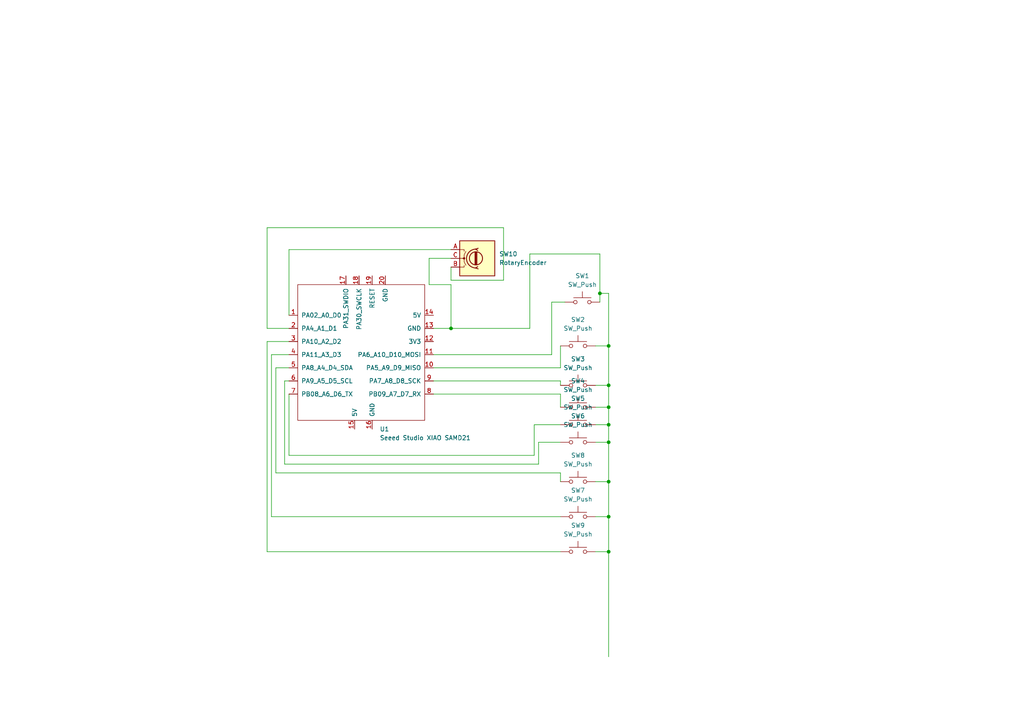
<source format=kicad_sch>
(kicad_sch
	(version 20231120)
	(generator "eeschema")
	(generator_version "8.0")
	(uuid "1b93130f-4de0-4ddd-baf2-aaa40de9fed1")
	(paper "A4")
	(lib_symbols
		(symbol "Device:RotaryEncoder"
			(pin_names
				(offset 0.254) hide)
			(exclude_from_sim no)
			(in_bom yes)
			(on_board yes)
			(property "Reference" "SW"
				(at 0 6.604 0)
				(effects
					(font
						(size 1.27 1.27)
					)
				)
			)
			(property "Value" "RotaryEncoder"
				(at 0 -6.604 0)
				(effects
					(font
						(size 1.27 1.27)
					)
				)
			)
			(property "Footprint" ""
				(at -3.81 4.064 0)
				(effects
					(font
						(size 1.27 1.27)
					)
					(hide yes)
				)
			)
			(property "Datasheet" "~"
				(at 0 6.604 0)
				(effects
					(font
						(size 1.27 1.27)
					)
					(hide yes)
				)
			)
			(property "Description" "Rotary encoder, dual channel, incremental quadrate outputs"
				(at 0 0 0)
				(effects
					(font
						(size 1.27 1.27)
					)
					(hide yes)
				)
			)
			(property "ki_keywords" "rotary switch encoder"
				(at 0 0 0)
				(effects
					(font
						(size 1.27 1.27)
					)
					(hide yes)
				)
			)
			(property "ki_fp_filters" "RotaryEncoder*"
				(at 0 0 0)
				(effects
					(font
						(size 1.27 1.27)
					)
					(hide yes)
				)
			)
			(symbol "RotaryEncoder_0_1"
				(rectangle
					(start -5.08 5.08)
					(end 5.08 -5.08)
					(stroke
						(width 0.254)
						(type default)
					)
					(fill
						(type background)
					)
				)
				(circle
					(center -3.81 0)
					(radius 0.254)
					(stroke
						(width 0)
						(type default)
					)
					(fill
						(type outline)
					)
				)
				(circle
					(center -0.381 0)
					(radius 1.905)
					(stroke
						(width 0.254)
						(type default)
					)
					(fill
						(type none)
					)
				)
				(arc
					(start -0.381 2.667)
					(mid -3.0988 -0.0635)
					(end -0.381 -2.794)
					(stroke
						(width 0.254)
						(type default)
					)
					(fill
						(type none)
					)
				)
				(polyline
					(pts
						(xy -0.635 -1.778) (xy -0.635 1.778)
					)
					(stroke
						(width 0.254)
						(type default)
					)
					(fill
						(type none)
					)
				)
				(polyline
					(pts
						(xy -0.381 -1.778) (xy -0.381 1.778)
					)
					(stroke
						(width 0.254)
						(type default)
					)
					(fill
						(type none)
					)
				)
				(polyline
					(pts
						(xy -0.127 1.778) (xy -0.127 -1.778)
					)
					(stroke
						(width 0.254)
						(type default)
					)
					(fill
						(type none)
					)
				)
				(polyline
					(pts
						(xy -5.08 -2.54) (xy -3.81 -2.54) (xy -3.81 -2.032)
					)
					(stroke
						(width 0)
						(type default)
					)
					(fill
						(type none)
					)
				)
				(polyline
					(pts
						(xy -5.08 2.54) (xy -3.81 2.54) (xy -3.81 2.032)
					)
					(stroke
						(width 0)
						(type default)
					)
					(fill
						(type none)
					)
				)
				(polyline
					(pts
						(xy 0.254 -3.048) (xy -0.508 -2.794) (xy 0.127 -2.413)
					)
					(stroke
						(width 0.254)
						(type default)
					)
					(fill
						(type none)
					)
				)
				(polyline
					(pts
						(xy 0.254 2.921) (xy -0.508 2.667) (xy 0.127 2.286)
					)
					(stroke
						(width 0.254)
						(type default)
					)
					(fill
						(type none)
					)
				)
				(polyline
					(pts
						(xy -5.08 0) (xy -3.81 0) (xy -3.81 -1.016) (xy -3.302 -2.032)
					)
					(stroke
						(width 0)
						(type default)
					)
					(fill
						(type none)
					)
				)
				(polyline
					(pts
						(xy -4.318 0) (xy -3.81 0) (xy -3.81 1.016) (xy -3.302 2.032)
					)
					(stroke
						(width 0)
						(type default)
					)
					(fill
						(type none)
					)
				)
			)
			(symbol "RotaryEncoder_1_1"
				(pin passive line
					(at -7.62 2.54 0)
					(length 2.54)
					(name "A"
						(effects
							(font
								(size 1.27 1.27)
							)
						)
					)
					(number "A"
						(effects
							(font
								(size 1.27 1.27)
							)
						)
					)
				)
				(pin passive line
					(at -7.62 -2.54 0)
					(length 2.54)
					(name "B"
						(effects
							(font
								(size 1.27 1.27)
							)
						)
					)
					(number "B"
						(effects
							(font
								(size 1.27 1.27)
							)
						)
					)
				)
				(pin passive line
					(at -7.62 0 0)
					(length 2.54)
					(name "C"
						(effects
							(font
								(size 1.27 1.27)
							)
						)
					)
					(number "C"
						(effects
							(font
								(size 1.27 1.27)
							)
						)
					)
				)
			)
		)
		(symbol "Seeed_Studio_XIAO_Series:Seeed Studio XIAO SAMD21"
			(pin_names
				(offset 1.016)
			)
			(exclude_from_sim no)
			(in_bom yes)
			(on_board yes)
			(property "Reference" "U"
				(at -19.05 22.86 0)
				(effects
					(font
						(size 1.27 1.27)
					)
				)
			)
			(property "Value" "Seeed Studio XIAO SAMD21"
				(at -12.7 21.59 0)
				(effects
					(font
						(size 1.27 1.27)
					)
				)
			)
			(property "Footprint" ""
				(at -8.89 5.08 0)
				(effects
					(font
						(size 1.27 1.27)
					)
					(hide yes)
				)
			)
			(property "Datasheet" ""
				(at -8.89 5.08 0)
				(effects
					(font
						(size 1.27 1.27)
					)
					(hide yes)
				)
			)
			(property "Description" ""
				(at 0 0 0)
				(effects
					(font
						(size 1.27 1.27)
					)
					(hide yes)
				)
			)
			(symbol "Seeed Studio XIAO SAMD21_0_1"
				(rectangle
					(start -19.05 20.32)
					(end 17.78 -19.05)
					(stroke
						(width 0)
						(type default)
					)
					(fill
						(type none)
					)
				)
			)
			(symbol "Seeed Studio XIAO SAMD21_1_1"
				(pin unspecified line
					(at -21.59 11.43 0)
					(length 2.54)
					(name "PA02_A0_D0"
						(effects
							(font
								(size 1.27 1.27)
							)
						)
					)
					(number "1"
						(effects
							(font
								(size 1.27 1.27)
							)
						)
					)
				)
				(pin unspecified line
					(at 20.32 -3.81 180)
					(length 2.54)
					(name "PA5_A9_D9_MISO"
						(effects
							(font
								(size 1.27 1.27)
							)
						)
					)
					(number "10"
						(effects
							(font
								(size 1.27 1.27)
							)
						)
					)
				)
				(pin unspecified line
					(at 20.32 0 180)
					(length 2.54)
					(name "PA6_A10_D10_MOSI"
						(effects
							(font
								(size 1.27 1.27)
							)
						)
					)
					(number "11"
						(effects
							(font
								(size 1.27 1.27)
							)
						)
					)
				)
				(pin unspecified line
					(at 20.32 3.81 180)
					(length 2.54)
					(name "3V3"
						(effects
							(font
								(size 1.27 1.27)
							)
						)
					)
					(number "12"
						(effects
							(font
								(size 1.27 1.27)
							)
						)
					)
				)
				(pin unspecified line
					(at 20.32 7.62 180)
					(length 2.54)
					(name "GND"
						(effects
							(font
								(size 1.27 1.27)
							)
						)
					)
					(number "13"
						(effects
							(font
								(size 1.27 1.27)
							)
						)
					)
				)
				(pin unspecified line
					(at 20.32 11.43 180)
					(length 2.54)
					(name "5V"
						(effects
							(font
								(size 1.27 1.27)
							)
						)
					)
					(number "14"
						(effects
							(font
								(size 1.27 1.27)
							)
						)
					)
				)
				(pin input line
					(at -2.54 -21.59 90)
					(length 2.54)
					(name "5V"
						(effects
							(font
								(size 1.27 1.27)
							)
						)
					)
					(number "15"
						(effects
							(font
								(size 1.27 1.27)
							)
						)
					)
				)
				(pin input line
					(at 2.54 -21.59 90)
					(length 2.54)
					(name "GND"
						(effects
							(font
								(size 1.27 1.27)
							)
						)
					)
					(number "16"
						(effects
							(font
								(size 1.27 1.27)
							)
						)
					)
				)
				(pin input line
					(at -5.08 22.86 270)
					(length 2.54)
					(name "PA31_SWDIO"
						(effects
							(font
								(size 1.27 1.27)
							)
						)
					)
					(number "17"
						(effects
							(font
								(size 1.27 1.27)
							)
						)
					)
				)
				(pin input line
					(at -1.27 22.86 270)
					(length 2.54)
					(name "PA30_SWCLK"
						(effects
							(font
								(size 1.27 1.27)
							)
						)
					)
					(number "18"
						(effects
							(font
								(size 1.27 1.27)
							)
						)
					)
				)
				(pin input line
					(at 2.54 22.86 270)
					(length 2.54)
					(name "RESET"
						(effects
							(font
								(size 1.27 1.27)
							)
						)
					)
					(number "19"
						(effects
							(font
								(size 1.27 1.27)
							)
						)
					)
				)
				(pin unspecified line
					(at -21.59 7.62 0)
					(length 2.54)
					(name "PA4_A1_D1"
						(effects
							(font
								(size 1.27 1.27)
							)
						)
					)
					(number "2"
						(effects
							(font
								(size 1.27 1.27)
							)
						)
					)
				)
				(pin input line
					(at 6.35 22.86 270)
					(length 2.54)
					(name "GND"
						(effects
							(font
								(size 1.27 1.27)
							)
						)
					)
					(number "20"
						(effects
							(font
								(size 1.27 1.27)
							)
						)
					)
				)
				(pin unspecified line
					(at -21.59 3.81 0)
					(length 2.54)
					(name "PA10_A2_D2"
						(effects
							(font
								(size 1.27 1.27)
							)
						)
					)
					(number "3"
						(effects
							(font
								(size 1.27 1.27)
							)
						)
					)
				)
				(pin unspecified line
					(at -21.59 0 0)
					(length 2.54)
					(name "PA11_A3_D3"
						(effects
							(font
								(size 1.27 1.27)
							)
						)
					)
					(number "4"
						(effects
							(font
								(size 1.27 1.27)
							)
						)
					)
				)
				(pin unspecified line
					(at -21.59 -3.81 0)
					(length 2.54)
					(name "PA8_A4_D4_SDA"
						(effects
							(font
								(size 1.27 1.27)
							)
						)
					)
					(number "5"
						(effects
							(font
								(size 1.27 1.27)
							)
						)
					)
				)
				(pin unspecified line
					(at -21.59 -7.62 0)
					(length 2.54)
					(name "PA9_A5_D5_SCL"
						(effects
							(font
								(size 1.27 1.27)
							)
						)
					)
					(number "6"
						(effects
							(font
								(size 1.27 1.27)
							)
						)
					)
				)
				(pin unspecified line
					(at -21.59 -11.43 0)
					(length 2.54)
					(name "PB08_A6_D6_TX"
						(effects
							(font
								(size 1.27 1.27)
							)
						)
					)
					(number "7"
						(effects
							(font
								(size 1.27 1.27)
							)
						)
					)
				)
				(pin unspecified line
					(at 20.32 -11.43 180)
					(length 2.54)
					(name "PB09_A7_D7_RX"
						(effects
							(font
								(size 1.27 1.27)
							)
						)
					)
					(number "8"
						(effects
							(font
								(size 1.27 1.27)
							)
						)
					)
				)
				(pin unspecified line
					(at 20.32 -7.62 180)
					(length 2.54)
					(name "PA7_A8_D8_SCK"
						(effects
							(font
								(size 1.27 1.27)
							)
						)
					)
					(number "9"
						(effects
							(font
								(size 1.27 1.27)
							)
						)
					)
				)
			)
		)
		(symbol "Switch:SW_Push"
			(pin_numbers hide)
			(pin_names
				(offset 1.016) hide)
			(exclude_from_sim no)
			(in_bom yes)
			(on_board yes)
			(property "Reference" "SW"
				(at 1.27 2.54 0)
				(effects
					(font
						(size 1.27 1.27)
					)
					(justify left)
				)
			)
			(property "Value" "SW_Push"
				(at 0 -1.524 0)
				(effects
					(font
						(size 1.27 1.27)
					)
				)
			)
			(property "Footprint" ""
				(at 0 5.08 0)
				(effects
					(font
						(size 1.27 1.27)
					)
					(hide yes)
				)
			)
			(property "Datasheet" "~"
				(at 0 5.08 0)
				(effects
					(font
						(size 1.27 1.27)
					)
					(hide yes)
				)
			)
			(property "Description" "Push button switch, generic, two pins"
				(at 0 0 0)
				(effects
					(font
						(size 1.27 1.27)
					)
					(hide yes)
				)
			)
			(property "ki_keywords" "switch normally-open pushbutton push-button"
				(at 0 0 0)
				(effects
					(font
						(size 1.27 1.27)
					)
					(hide yes)
				)
			)
			(symbol "SW_Push_0_1"
				(circle
					(center -2.032 0)
					(radius 0.508)
					(stroke
						(width 0)
						(type default)
					)
					(fill
						(type none)
					)
				)
				(polyline
					(pts
						(xy 0 1.27) (xy 0 3.048)
					)
					(stroke
						(width 0)
						(type default)
					)
					(fill
						(type none)
					)
				)
				(polyline
					(pts
						(xy 2.54 1.27) (xy -2.54 1.27)
					)
					(stroke
						(width 0)
						(type default)
					)
					(fill
						(type none)
					)
				)
				(circle
					(center 2.032 0)
					(radius 0.508)
					(stroke
						(width 0)
						(type default)
					)
					(fill
						(type none)
					)
				)
				(pin passive line
					(at -5.08 0 0)
					(length 2.54)
					(name "1"
						(effects
							(font
								(size 1.27 1.27)
							)
						)
					)
					(number "1"
						(effects
							(font
								(size 1.27 1.27)
							)
						)
					)
				)
				(pin passive line
					(at 5.08 0 180)
					(length 2.54)
					(name "2"
						(effects
							(font
								(size 1.27 1.27)
							)
						)
					)
					(number "2"
						(effects
							(font
								(size 1.27 1.27)
							)
						)
					)
				)
			)
		)
	)
	(junction
		(at 176.53 111.76)
		(diameter 0)
		(color 0 0 0 0)
		(uuid "283eae1e-c747-4c48-94a6-868ef1ae4b47")
	)
	(junction
		(at 176.53 128.27)
		(diameter 0)
		(color 0 0 0 0)
		(uuid "2eb2202e-7e88-43be-aed1-4d32c746fd1c")
	)
	(junction
		(at 176.53 139.7)
		(diameter 0)
		(color 0 0 0 0)
		(uuid "3f5266f3-d961-44b6-b0bd-1f52316f6240")
	)
	(junction
		(at 176.53 118.11)
		(diameter 0)
		(color 0 0 0 0)
		(uuid "47ce2bde-5b49-4f66-8adf-b5dcafac2811")
	)
	(junction
		(at 130.81 95.25)
		(diameter 0)
		(color 0 0 0 0)
		(uuid "673388b3-27b4-48c4-8a65-3e591e82d76d")
	)
	(junction
		(at 176.53 100.33)
		(diameter 0)
		(color 0 0 0 0)
		(uuid "7584b498-98cd-43ca-b5e8-4e45ea6086af")
	)
	(junction
		(at 173.99 85.09)
		(diameter 0)
		(color 0 0 0 0)
		(uuid "9f945c9f-d62f-487e-9aa0-e4251ef0e52a")
	)
	(junction
		(at 176.53 160.02)
		(diameter 0)
		(color 0 0 0 0)
		(uuid "b86ff8f6-5fa7-43b5-ad61-ed8b41aba791")
	)
	(junction
		(at 176.53 149.86)
		(diameter 0)
		(color 0 0 0 0)
		(uuid "c7294ec8-733e-4850-afda-881260ee6b61")
	)
	(junction
		(at 176.53 123.19)
		(diameter 0)
		(color 0 0 0 0)
		(uuid "cdd80e87-ad13-4587-9d0e-b7f754ef0e1d")
	)
	(wire
		(pts
			(xy 78.74 102.87) (xy 83.82 102.87)
		)
		(stroke
			(width 0)
			(type default)
		)
		(uuid "0592ae4e-7429-46e2-9ab6-154a2e613dcb")
	)
	(wire
		(pts
			(xy 83.82 95.25) (xy 77.47 95.25)
		)
		(stroke
			(width 0)
			(type default)
		)
		(uuid "0eb70c7f-9319-4455-843f-90b5cfef0cd8")
	)
	(wire
		(pts
			(xy 162.56 137.16) (xy 162.56 139.7)
		)
		(stroke
			(width 0)
			(type default)
		)
		(uuid "13068a14-ef91-4a3e-a3ef-8ccd299910c1")
	)
	(wire
		(pts
			(xy 162.56 114.3) (xy 162.56 118.11)
		)
		(stroke
			(width 0)
			(type default)
		)
		(uuid "1447be31-7711-43e1-8e98-7da77439f8e6")
	)
	(wire
		(pts
			(xy 124.46 82.55) (xy 124.46 74.93)
		)
		(stroke
			(width 0)
			(type default)
		)
		(uuid "14b986a7-b252-48fe-bd99-3c68c9d32c1f")
	)
	(wire
		(pts
			(xy 176.53 100.33) (xy 172.72 100.33)
		)
		(stroke
			(width 0)
			(type default)
		)
		(uuid "166813e0-f37e-4fbc-957b-b32612685950")
	)
	(wire
		(pts
			(xy 130.81 95.25) (xy 153.67 95.25)
		)
		(stroke
			(width 0)
			(type default)
		)
		(uuid "1b161572-4d18-4302-9555-ffb649639f9f")
	)
	(wire
		(pts
			(xy 176.53 139.7) (xy 176.53 149.86)
		)
		(stroke
			(width 0)
			(type default)
		)
		(uuid "2149e3be-3ae6-4a10-a5ab-f007322df4bd")
	)
	(wire
		(pts
			(xy 173.99 73.66) (xy 173.99 85.09)
		)
		(stroke
			(width 0)
			(type default)
		)
		(uuid "2193a9b1-6fa9-4716-928d-626578cffa26")
	)
	(wire
		(pts
			(xy 160.02 87.63) (xy 163.83 87.63)
		)
		(stroke
			(width 0)
			(type default)
		)
		(uuid "23c88f48-8e24-48ab-ad11-69195fd8927c")
	)
	(wire
		(pts
			(xy 83.82 110.49) (xy 82.55 110.49)
		)
		(stroke
			(width 0)
			(type default)
		)
		(uuid "2576d5c7-cd91-42e0-8049-5eb59f52499c")
	)
	(wire
		(pts
			(xy 176.53 100.33) (xy 176.53 111.76)
		)
		(stroke
			(width 0)
			(type default)
		)
		(uuid "28fb9458-f673-40b8-b316-ca8a364ab50b")
	)
	(wire
		(pts
			(xy 176.53 139.7) (xy 172.72 139.7)
		)
		(stroke
			(width 0)
			(type default)
		)
		(uuid "29b8a408-679b-46bd-b104-15b46e415df2")
	)
	(wire
		(pts
			(xy 162.56 149.86) (xy 78.74 149.86)
		)
		(stroke
			(width 0)
			(type default)
		)
		(uuid "29cdd358-5886-4a6e-be5b-492792929c0c")
	)
	(wire
		(pts
			(xy 83.82 91.44) (xy 83.82 72.39)
		)
		(stroke
			(width 0)
			(type default)
		)
		(uuid "2bb6a9f8-3fb2-46ca-8cc9-454067e83e8c")
	)
	(wire
		(pts
			(xy 176.53 128.27) (xy 176.53 139.7)
		)
		(stroke
			(width 0)
			(type default)
		)
		(uuid "2c87788e-0283-4605-93d5-9cd8d42c66a7")
	)
	(wire
		(pts
			(xy 83.82 114.3) (xy 83.82 132.08)
		)
		(stroke
			(width 0)
			(type default)
		)
		(uuid "2d5d619d-90ad-4106-abf6-c0b2c2875dd8")
	)
	(wire
		(pts
			(xy 176.53 85.09) (xy 176.53 100.33)
		)
		(stroke
			(width 0)
			(type default)
		)
		(uuid "31617071-9153-422c-953f-9cd34eba526b")
	)
	(wire
		(pts
			(xy 77.47 66.04) (xy 146.05 66.04)
		)
		(stroke
			(width 0)
			(type default)
		)
		(uuid "38455bdc-c1b5-464a-96fc-8aa7b49c5351")
	)
	(wire
		(pts
			(xy 125.73 106.68) (xy 162.56 106.68)
		)
		(stroke
			(width 0)
			(type default)
		)
		(uuid "39f2a601-c762-49ad-bffb-da00fa7c1620")
	)
	(wire
		(pts
			(xy 173.99 85.09) (xy 173.99 87.63)
		)
		(stroke
			(width 0)
			(type default)
		)
		(uuid "3a23d5e9-055e-44a2-bfd3-40abfafbc9c2")
	)
	(wire
		(pts
			(xy 176.53 160.02) (xy 172.72 160.02)
		)
		(stroke
			(width 0)
			(type default)
		)
		(uuid "3c315c30-fbc5-40b7-b53a-609e09cffe19")
	)
	(wire
		(pts
			(xy 83.82 132.08) (xy 154.94 132.08)
		)
		(stroke
			(width 0)
			(type default)
		)
		(uuid "3d32e586-8d61-4426-b1d3-a614ea7b3ef4")
	)
	(wire
		(pts
			(xy 130.81 81.28) (xy 130.81 77.47)
		)
		(stroke
			(width 0)
			(type default)
		)
		(uuid "3d917464-c2df-4f60-b71c-d31eb01bc18a")
	)
	(wire
		(pts
			(xy 124.46 74.93) (xy 130.81 74.93)
		)
		(stroke
			(width 0)
			(type default)
		)
		(uuid "3dd78088-b596-4b36-bc90-c1dc0e554ba6")
	)
	(wire
		(pts
			(xy 125.73 95.25) (xy 130.81 95.25)
		)
		(stroke
			(width 0)
			(type default)
		)
		(uuid "45cd6038-4187-4f9e-8a8d-03b076cb917e")
	)
	(wire
		(pts
			(xy 176.53 123.19) (xy 176.53 128.27)
		)
		(stroke
			(width 0)
			(type default)
		)
		(uuid "4e645158-5d2e-4c4e-9f78-0c56513697d2")
	)
	(wire
		(pts
			(xy 78.74 149.86) (xy 78.74 102.87)
		)
		(stroke
			(width 0)
			(type default)
		)
		(uuid "4e77fbc7-6a92-4af4-9260-fc65d9ef425a")
	)
	(wire
		(pts
			(xy 125.73 110.49) (xy 162.56 110.49)
		)
		(stroke
			(width 0)
			(type default)
		)
		(uuid "5752d193-80d4-4ff5-8520-bb6b09da90db")
	)
	(wire
		(pts
			(xy 160.02 102.87) (xy 160.02 87.63)
		)
		(stroke
			(width 0)
			(type default)
		)
		(uuid "5bf8b478-b0b7-4455-9329-7546ed12faf4")
	)
	(wire
		(pts
			(xy 162.56 110.49) (xy 162.56 111.76)
		)
		(stroke
			(width 0)
			(type default)
		)
		(uuid "6899f7f1-0019-437f-9c2a-1ca5a9d3a2eb")
	)
	(wire
		(pts
			(xy 173.99 85.09) (xy 176.53 85.09)
		)
		(stroke
			(width 0)
			(type default)
		)
		(uuid "6bd4278a-ce54-4e64-b820-874cf52d590f")
	)
	(wire
		(pts
			(xy 176.53 111.76) (xy 176.53 118.11)
		)
		(stroke
			(width 0)
			(type default)
		)
		(uuid "6f8e61f8-d2eb-433b-a9e4-1e7aa113c746")
	)
	(wire
		(pts
			(xy 77.47 160.02) (xy 162.56 160.02)
		)
		(stroke
			(width 0)
			(type default)
		)
		(uuid "7b807caf-3d41-4a9b-8b77-130ebb5d85c4")
	)
	(wire
		(pts
			(xy 176.53 128.27) (xy 172.72 128.27)
		)
		(stroke
			(width 0)
			(type default)
		)
		(uuid "7c620412-06db-4ca3-8556-a140745e540b")
	)
	(wire
		(pts
			(xy 156.21 134.62) (xy 156.21 128.27)
		)
		(stroke
			(width 0)
			(type default)
		)
		(uuid "8667c41b-d52d-4a2e-af97-ec1c8625bd39")
	)
	(wire
		(pts
			(xy 153.67 73.66) (xy 173.99 73.66)
		)
		(stroke
			(width 0)
			(type default)
		)
		(uuid "89f109e6-9732-4b88-a40b-1c33e655a455")
	)
	(wire
		(pts
			(xy 176.53 118.11) (xy 176.53 123.19)
		)
		(stroke
			(width 0)
			(type default)
		)
		(uuid "8d38f65e-33a5-4fa0-b439-3075e4b2e2bb")
	)
	(wire
		(pts
			(xy 125.73 102.87) (xy 160.02 102.87)
		)
		(stroke
			(width 0)
			(type default)
		)
		(uuid "9be51f8c-bcb6-45b9-acd4-3d5ccd9cb68b")
	)
	(wire
		(pts
			(xy 130.81 82.55) (xy 124.46 82.55)
		)
		(stroke
			(width 0)
			(type default)
		)
		(uuid "9cca6081-bef0-4c70-8b70-23212c21e84a")
	)
	(wire
		(pts
			(xy 77.47 95.25) (xy 77.47 66.04)
		)
		(stroke
			(width 0)
			(type default)
		)
		(uuid "a4cfc806-a846-40a1-b513-282b2b63080d")
	)
	(wire
		(pts
			(xy 146.05 81.28) (xy 130.81 81.28)
		)
		(stroke
			(width 0)
			(type default)
		)
		(uuid "a6300fd4-792b-4f1f-9f1a-fc6addd67ad9")
	)
	(wire
		(pts
			(xy 83.82 106.68) (xy 80.01 106.68)
		)
		(stroke
			(width 0)
			(type default)
		)
		(uuid "aca74aac-2a16-4e61-8072-135d42f418c1")
	)
	(wire
		(pts
			(xy 80.01 137.16) (xy 162.56 137.16)
		)
		(stroke
			(width 0)
			(type default)
		)
		(uuid "ad50d6c8-c38e-42cc-bab0-36325433e539")
	)
	(wire
		(pts
			(xy 154.94 123.19) (xy 162.56 123.19)
		)
		(stroke
			(width 0)
			(type default)
		)
		(uuid "b35db39e-d58c-4046-980a-703c9197bb6b")
	)
	(wire
		(pts
			(xy 130.81 95.25) (xy 130.81 82.55)
		)
		(stroke
			(width 0)
			(type default)
		)
		(uuid "b781132f-0653-4516-b0b2-297fe574b49b")
	)
	(wire
		(pts
			(xy 176.53 123.19) (xy 172.72 123.19)
		)
		(stroke
			(width 0)
			(type default)
		)
		(uuid "ba926814-a184-4a88-ae4d-8739914cd6f7")
	)
	(wire
		(pts
			(xy 80.01 106.68) (xy 80.01 137.16)
		)
		(stroke
			(width 0)
			(type default)
		)
		(uuid "bd33ce06-e011-49c5-91c1-599e55d03ff4")
	)
	(wire
		(pts
			(xy 156.21 128.27) (xy 162.56 128.27)
		)
		(stroke
			(width 0)
			(type default)
		)
		(uuid "c499fb2d-67ed-45ab-8aae-dd09fcc7e64a")
	)
	(wire
		(pts
			(xy 83.82 99.06) (xy 77.47 99.06)
		)
		(stroke
			(width 0)
			(type default)
		)
		(uuid "c5f4c012-84ef-48d2-b54d-725e8b449505")
	)
	(wire
		(pts
			(xy 125.73 114.3) (xy 162.56 114.3)
		)
		(stroke
			(width 0)
			(type default)
		)
		(uuid "c7e87261-5612-4f24-8db6-eac0e9cddc34")
	)
	(wire
		(pts
			(xy 162.56 106.68) (xy 162.56 100.33)
		)
		(stroke
			(width 0)
			(type default)
		)
		(uuid "d7aee2be-15cc-42cb-992f-b42f0dfb7037")
	)
	(wire
		(pts
			(xy 176.53 160.02) (xy 176.53 190.5)
		)
		(stroke
			(width 0)
			(type default)
		)
		(uuid "d7f895fb-6b81-4635-83ec-94a020d01d5e")
	)
	(wire
		(pts
			(xy 83.82 72.39) (xy 130.81 72.39)
		)
		(stroke
			(width 0)
			(type default)
		)
		(uuid "d880e376-5dc5-4fe0-b516-97ed066b3723")
	)
	(wire
		(pts
			(xy 77.47 99.06) (xy 77.47 160.02)
		)
		(stroke
			(width 0)
			(type default)
		)
		(uuid "d9cde7c8-52b2-45c5-b3c6-516e2185e0a2")
	)
	(wire
		(pts
			(xy 176.53 149.86) (xy 176.53 160.02)
		)
		(stroke
			(width 0)
			(type default)
		)
		(uuid "dc76c460-caeb-4354-a758-f1fe17c2f17c")
	)
	(wire
		(pts
			(xy 176.53 149.86) (xy 172.72 149.86)
		)
		(stroke
			(width 0)
			(type default)
		)
		(uuid "de91c6eb-b5f0-4fcd-81d0-3c913320ffbe")
	)
	(wire
		(pts
			(xy 153.67 95.25) (xy 153.67 73.66)
		)
		(stroke
			(width 0)
			(type default)
		)
		(uuid "eb7635d2-24c3-47da-ae2a-4efdc5c4b5b9")
	)
	(wire
		(pts
			(xy 154.94 132.08) (xy 154.94 123.19)
		)
		(stroke
			(width 0)
			(type default)
		)
		(uuid "ece09e51-659a-4a2c-a18b-6ae32e894b29")
	)
	(wire
		(pts
			(xy 82.55 134.62) (xy 156.21 134.62)
		)
		(stroke
			(width 0)
			(type default)
		)
		(uuid "ef27c16a-c6b4-4468-bc71-10754e13f3ad")
	)
	(wire
		(pts
			(xy 146.05 66.04) (xy 146.05 81.28)
		)
		(stroke
			(width 0)
			(type default)
		)
		(uuid "f7dd39b9-5cc8-4aec-8851-a5b0145e1f58")
	)
	(wire
		(pts
			(xy 176.53 111.76) (xy 172.72 111.76)
		)
		(stroke
			(width 0)
			(type default)
		)
		(uuid "faa72b0b-25c1-4e4f-860e-f4ed9c57ad7f")
	)
	(wire
		(pts
			(xy 82.55 110.49) (xy 82.55 134.62)
		)
		(stroke
			(width 0)
			(type default)
		)
		(uuid "fc46fcaf-fbc1-4a2e-a3ae-27f9e24717b7")
	)
	(wire
		(pts
			(xy 176.53 118.11) (xy 172.72 118.11)
		)
		(stroke
			(width 0)
			(type default)
		)
		(uuid "fd430088-5f91-4f78-8639-3f1b9fa00f12")
	)
	(symbol
		(lib_id "Switch:SW_Push")
		(at 167.64 128.27 0)
		(unit 1)
		(exclude_from_sim no)
		(in_bom yes)
		(on_board yes)
		(dnp no)
		(fields_autoplaced yes)
		(uuid "03332e7c-2f52-4dbb-a250-364874231fce")
		(property "Reference" "SW6"
			(at 167.64 120.65 0)
			(effects
				(font
					(size 1.27 1.27)
				)
			)
		)
		(property "Value" "SW_Push"
			(at 167.64 123.19 0)
			(effects
				(font
					(size 1.27 1.27)
				)
			)
		)
		(property "Footprint" "Button_Switch_Keyboard:SW_Cherry_MX_1.00u_PCB"
			(at 167.64 123.19 0)
			(effects
				(font
					(size 1.27 1.27)
				)
				(hide yes)
			)
		)
		(property "Datasheet" "~"
			(at 167.64 123.19 0)
			(effects
				(font
					(size 1.27 1.27)
				)
				(hide yes)
			)
		)
		(property "Description" "Push button switch, generic, two pins"
			(at 167.64 128.27 0)
			(effects
				(font
					(size 1.27 1.27)
				)
				(hide yes)
			)
		)
		(pin "2"
			(uuid "462dcd99-5907-4132-a3fe-134d445131b6")
		)
		(pin "1"
			(uuid "c7a1c8e6-da5f-4605-9add-bc0a495f336c")
		)
		(instances
			(project "Hackpad-Kicad"
				(path "/1b93130f-4de0-4ddd-baf2-aaa40de9fed1"
					(reference "SW6")
					(unit 1)
				)
			)
		)
	)
	(symbol
		(lib_id "Switch:SW_Push")
		(at 168.91 87.63 0)
		(unit 1)
		(exclude_from_sim no)
		(in_bom yes)
		(on_board yes)
		(dnp no)
		(fields_autoplaced yes)
		(uuid "08b42698-7c70-43ff-9326-e798597c8784")
		(property "Reference" "SW1"
			(at 168.91 80.01 0)
			(effects
				(font
					(size 1.27 1.27)
				)
			)
		)
		(property "Value" "SW_Push"
			(at 168.91 82.55 0)
			(effects
				(font
					(size 1.27 1.27)
				)
			)
		)
		(property "Footprint" "Button_Switch_Keyboard:SW_Cherry_MX_1.00u_PCB"
			(at 168.91 82.55 0)
			(effects
				(font
					(size 1.27 1.27)
				)
				(hide yes)
			)
		)
		(property "Datasheet" "~"
			(at 168.91 82.55 0)
			(effects
				(font
					(size 1.27 1.27)
				)
				(hide yes)
			)
		)
		(property "Description" "Push button switch, generic, two pins"
			(at 168.91 87.63 0)
			(effects
				(font
					(size 1.27 1.27)
				)
				(hide yes)
			)
		)
		(pin "2"
			(uuid "2d757f3c-af44-4cb1-8fe1-50a34ce1c96f")
		)
		(pin "1"
			(uuid "c2cd300e-cd10-4faa-bdbd-9870f4d85b57")
		)
		(instances
			(project ""
				(path "/1b93130f-4de0-4ddd-baf2-aaa40de9fed1"
					(reference "SW1")
					(unit 1)
				)
			)
		)
	)
	(symbol
		(lib_id "Switch:SW_Push")
		(at 167.64 123.19 0)
		(unit 1)
		(exclude_from_sim no)
		(in_bom yes)
		(on_board yes)
		(dnp no)
		(fields_autoplaced yes)
		(uuid "34942c01-feb2-458b-a8da-d946692c41bd")
		(property "Reference" "SW5"
			(at 167.64 115.57 0)
			(effects
				(font
					(size 1.27 1.27)
				)
			)
		)
		(property "Value" "SW_Push"
			(at 167.64 118.11 0)
			(effects
				(font
					(size 1.27 1.27)
				)
			)
		)
		(property "Footprint" "Button_Switch_Keyboard:SW_Cherry_MX_1.00u_PCB"
			(at 167.64 118.11 0)
			(effects
				(font
					(size 1.27 1.27)
				)
				(hide yes)
			)
		)
		(property "Datasheet" "~"
			(at 167.64 118.11 0)
			(effects
				(font
					(size 1.27 1.27)
				)
				(hide yes)
			)
		)
		(property "Description" "Push button switch, generic, two pins"
			(at 167.64 123.19 0)
			(effects
				(font
					(size 1.27 1.27)
				)
				(hide yes)
			)
		)
		(pin "2"
			(uuid "4ea13134-65e3-40d1-a249-1eb28ea453e1")
		)
		(pin "1"
			(uuid "587c83b1-8760-492a-a4d1-a1f2120e7dad")
		)
		(instances
			(project "Hackpad-Kicad"
				(path "/1b93130f-4de0-4ddd-baf2-aaa40de9fed1"
					(reference "SW5")
					(unit 1)
				)
			)
		)
	)
	(symbol
		(lib_id "Switch:SW_Push")
		(at 167.64 111.76 0)
		(unit 1)
		(exclude_from_sim no)
		(in_bom yes)
		(on_board yes)
		(dnp no)
		(fields_autoplaced yes)
		(uuid "3cb7b7b9-59d5-4814-a150-87bf9588fe7a")
		(property "Reference" "SW3"
			(at 167.64 104.14 0)
			(effects
				(font
					(size 1.27 1.27)
				)
			)
		)
		(property "Value" "SW_Push"
			(at 167.64 106.68 0)
			(effects
				(font
					(size 1.27 1.27)
				)
			)
		)
		(property "Footprint" "Button_Switch_Keyboard:SW_Cherry_MX_1.00u_PCB"
			(at 167.64 106.68 0)
			(effects
				(font
					(size 1.27 1.27)
				)
				(hide yes)
			)
		)
		(property "Datasheet" "~"
			(at 167.64 106.68 0)
			(effects
				(font
					(size 1.27 1.27)
				)
				(hide yes)
			)
		)
		(property "Description" "Push button switch, generic, two pins"
			(at 167.64 111.76 0)
			(effects
				(font
					(size 1.27 1.27)
				)
				(hide yes)
			)
		)
		(pin "1"
			(uuid "81c3af4b-5cec-43c7-a1dc-96327e4c6402")
		)
		(pin "2"
			(uuid "6f2a1a57-5bcc-4032-8869-4b6acb95c61c")
		)
		(instances
			(project ""
				(path "/1b93130f-4de0-4ddd-baf2-aaa40de9fed1"
					(reference "SW3")
					(unit 1)
				)
			)
		)
	)
	(symbol
		(lib_id "Switch:SW_Push")
		(at 167.64 118.11 0)
		(unit 1)
		(exclude_from_sim no)
		(in_bom yes)
		(on_board yes)
		(dnp no)
		(fields_autoplaced yes)
		(uuid "8e68570a-23fc-4e22-89f1-2938a6bc0607")
		(property "Reference" "SW4"
			(at 167.64 110.49 0)
			(effects
				(font
					(size 1.27 1.27)
				)
			)
		)
		(property "Value" "SW_Push"
			(at 167.64 113.03 0)
			(effects
				(font
					(size 1.27 1.27)
				)
			)
		)
		(property "Footprint" "Button_Switch_Keyboard:SW_Cherry_MX_1.00u_PCB"
			(at 167.64 113.03 0)
			(effects
				(font
					(size 1.27 1.27)
				)
				(hide yes)
			)
		)
		(property "Datasheet" "~"
			(at 167.64 113.03 0)
			(effects
				(font
					(size 1.27 1.27)
				)
				(hide yes)
			)
		)
		(property "Description" "Push button switch, generic, two pins"
			(at 167.64 118.11 0)
			(effects
				(font
					(size 1.27 1.27)
				)
				(hide yes)
			)
		)
		(pin "2"
			(uuid "b7ccbb5a-76ec-414e-b2b3-15e4150b9382")
		)
		(pin "1"
			(uuid "eabd231c-2140-4084-9da7-a5ad53d718d3")
		)
		(instances
			(project ""
				(path "/1b93130f-4de0-4ddd-baf2-aaa40de9fed1"
					(reference "SW4")
					(unit 1)
				)
			)
		)
	)
	(symbol
		(lib_id "Switch:SW_Push")
		(at 167.64 100.33 0)
		(unit 1)
		(exclude_from_sim no)
		(in_bom yes)
		(on_board yes)
		(dnp no)
		(fields_autoplaced yes)
		(uuid "8efb6a4f-8105-43ae-be1d-02b76ca49427")
		(property "Reference" "SW2"
			(at 167.64 92.71 0)
			(effects
				(font
					(size 1.27 1.27)
				)
			)
		)
		(property "Value" "SW_Push"
			(at 167.64 95.25 0)
			(effects
				(font
					(size 1.27 1.27)
				)
			)
		)
		(property "Footprint" "Button_Switch_Keyboard:SW_Cherry_MX_1.00u_PCB"
			(at 167.64 95.25 0)
			(effects
				(font
					(size 1.27 1.27)
				)
				(hide yes)
			)
		)
		(property "Datasheet" "~"
			(at 167.64 95.25 0)
			(effects
				(font
					(size 1.27 1.27)
				)
				(hide yes)
			)
		)
		(property "Description" "Push button switch, generic, two pins"
			(at 167.64 100.33 0)
			(effects
				(font
					(size 1.27 1.27)
				)
				(hide yes)
			)
		)
		(pin "1"
			(uuid "4991b0d3-a1f4-4cab-9534-0fc6165ff966")
		)
		(pin "2"
			(uuid "47eb2548-db19-4392-a162-75f2c91aebb0")
		)
		(instances
			(project ""
				(path "/1b93130f-4de0-4ddd-baf2-aaa40de9fed1"
					(reference "SW2")
					(unit 1)
				)
			)
		)
	)
	(symbol
		(lib_id "Seeed_Studio_XIAO_Series:Seeed Studio XIAO SAMD21")
		(at 105.41 102.87 0)
		(unit 1)
		(exclude_from_sim no)
		(in_bom yes)
		(on_board yes)
		(dnp no)
		(fields_autoplaced yes)
		(uuid "b9883118-9c8b-4ea8-aec2-157cf7902910")
		(property "Reference" "U1"
			(at 110.1441 124.46 0)
			(effects
				(font
					(size 1.27 1.27)
				)
				(justify left)
			)
		)
		(property "Value" "Seeed Studio XIAO SAMD21"
			(at 110.1441 127 0)
			(effects
				(font
					(size 1.27 1.27)
				)
				(justify left)
			)
		)
		(property "Footprint" "Seeed Studio XIAO Series Library:XIAO-Generic-Thruhole-14P-2.54-21X17.8MM"
			(at 96.52 97.79 0)
			(effects
				(font
					(size 1.27 1.27)
				)
				(hide yes)
			)
		)
		(property "Datasheet" ""
			(at 96.52 97.79 0)
			(effects
				(font
					(size 1.27 1.27)
				)
				(hide yes)
			)
		)
		(property "Description" ""
			(at 105.41 102.87 0)
			(effects
				(font
					(size 1.27 1.27)
				)
				(hide yes)
			)
		)
		(pin "14"
			(uuid "2175d29e-e742-4529-9cae-3a5a1369f3a4")
		)
		(pin "18"
			(uuid "5507bd96-fcf1-43af-a3fa-541310f179d6")
		)
		(pin "7"
			(uuid "8a865498-bd9c-4963-a635-ea6cd4cf47c4")
		)
		(pin "5"
			(uuid "5a71d0a9-6abc-4479-bea9-c4913f9719e1")
		)
		(pin "10"
			(uuid "fb38e7dc-f007-41a7-b9ff-9e6bcaa31094")
		)
		(pin "2"
			(uuid "9392f46a-9130-4868-8846-862941690b22")
		)
		(pin "20"
			(uuid "967fcfe8-d699-4bdf-9875-4e2a225e150d")
		)
		(pin "9"
			(uuid "de552b7b-5e31-4a5c-bfd7-c3ca8e4f68c4")
		)
		(pin "12"
			(uuid "b6dbb506-a7e7-46ec-9068-10d34d915563")
		)
		(pin "6"
			(uuid "1b2e3468-7fa2-44ad-a921-28654b461319")
		)
		(pin "19"
			(uuid "9585fb73-fa16-4383-abbe-5c52097b4b45")
		)
		(pin "16"
			(uuid "4dc97b43-5d54-496e-af83-fb6a12696ada")
		)
		(pin "1"
			(uuid "ff4b35b6-f925-4b85-9a98-ccfd64cbb2bc")
		)
		(pin "4"
			(uuid "ce80e170-6e63-464c-9d6e-d3349c70be4e")
		)
		(pin "17"
			(uuid "00d0df62-e88f-442f-92ac-1622b3df480e")
		)
		(pin "3"
			(uuid "ed703b1c-b70e-4b59-b40a-5c5a09a5e927")
		)
		(pin "13"
			(uuid "02b0670c-91c5-4049-ae85-e8db9e6ba40e")
		)
		(pin "15"
			(uuid "28e7eed7-b222-41e5-858b-2734ab191784")
		)
		(pin "8"
			(uuid "d630563c-1b42-430b-9a2f-c290bc2ccd34")
		)
		(pin "11"
			(uuid "e46eb2cd-a874-4133-b701-dd453a4d87ce")
		)
		(instances
			(project ""
				(path "/1b93130f-4de0-4ddd-baf2-aaa40de9fed1"
					(reference "U1")
					(unit 1)
				)
			)
		)
	)
	(symbol
		(lib_id "Switch:SW_Push")
		(at 167.64 160.02 0)
		(unit 1)
		(exclude_from_sim no)
		(in_bom yes)
		(on_board yes)
		(dnp no)
		(fields_autoplaced yes)
		(uuid "d6317253-4df4-4615-ae18-dca61d1d9583")
		(property "Reference" "SW9"
			(at 167.64 152.4 0)
			(effects
				(font
					(size 1.27 1.27)
				)
			)
		)
		(property "Value" "SW_Push"
			(at 167.64 154.94 0)
			(effects
				(font
					(size 1.27 1.27)
				)
			)
		)
		(property "Footprint" "Button_Switch_Keyboard:SW_Cherry_MX_1.00u_PCB"
			(at 167.64 154.94 0)
			(effects
				(font
					(size 1.27 1.27)
				)
				(hide yes)
			)
		)
		(property "Datasheet" "~"
			(at 167.64 154.94 0)
			(effects
				(font
					(size 1.27 1.27)
				)
				(hide yes)
			)
		)
		(property "Description" "Push button switch, generic, two pins"
			(at 167.64 160.02 0)
			(effects
				(font
					(size 1.27 1.27)
				)
				(hide yes)
			)
		)
		(pin "2"
			(uuid "3bc549f1-6599-4607-83da-1a92c1b11805")
		)
		(pin "1"
			(uuid "52b6929d-15b2-4e42-a31d-fcd1e71d374f")
		)
		(instances
			(project "Hackpad-Kicad"
				(path "/1b93130f-4de0-4ddd-baf2-aaa40de9fed1"
					(reference "SW9")
					(unit 1)
				)
			)
		)
	)
	(symbol
		(lib_id "Switch:SW_Push")
		(at 167.64 139.7 0)
		(unit 1)
		(exclude_from_sim no)
		(in_bom yes)
		(on_board yes)
		(dnp no)
		(fields_autoplaced yes)
		(uuid "db538e2f-f042-4928-a5b9-efa7f89a8c28")
		(property "Reference" "SW8"
			(at 167.64 132.08 0)
			(effects
				(font
					(size 1.27 1.27)
				)
			)
		)
		(property "Value" "SW_Push"
			(at 167.64 134.62 0)
			(effects
				(font
					(size 1.27 1.27)
				)
			)
		)
		(property "Footprint" "Button_Switch_Keyboard:SW_Cherry_MX_1.00u_PCB"
			(at 167.64 134.62 0)
			(effects
				(font
					(size 1.27 1.27)
				)
				(hide yes)
			)
		)
		(property "Datasheet" "~"
			(at 167.64 134.62 0)
			(effects
				(font
					(size 1.27 1.27)
				)
				(hide yes)
			)
		)
		(property "Description" "Push button switch, generic, two pins"
			(at 167.64 139.7 0)
			(effects
				(font
					(size 1.27 1.27)
				)
				(hide yes)
			)
		)
		(pin "2"
			(uuid "5d718b35-4e5e-454d-9d51-9135eae32c87")
		)
		(pin "1"
			(uuid "72e30c55-868c-4346-b9fd-d3d4f78cd9aa")
		)
		(instances
			(project "Hackpad-Kicad"
				(path "/1b93130f-4de0-4ddd-baf2-aaa40de9fed1"
					(reference "SW8")
					(unit 1)
				)
			)
		)
	)
	(symbol
		(lib_id "Device:RotaryEncoder")
		(at 138.43 74.93 0)
		(unit 1)
		(exclude_from_sim no)
		(in_bom yes)
		(on_board yes)
		(dnp no)
		(fields_autoplaced yes)
		(uuid "f5c8ae4a-314d-4a04-8db7-d4ccbc4c8dcc")
		(property "Reference" "SW10"
			(at 144.78 73.6599 0)
			(effects
				(font
					(size 1.27 1.27)
				)
				(justify left)
			)
		)
		(property "Value" "RotaryEncoder"
			(at 144.78 76.1999 0)
			(effects
				(font
					(size 1.27 1.27)
				)
				(justify left)
			)
		)
		(property "Footprint" "Rotary_Encoder:RotaryEncoder_Alps_EC11E-Switch_Vertical_H20mm"
			(at 134.62 70.866 0)
			(effects
				(font
					(size 1.27 1.27)
				)
				(hide yes)
			)
		)
		(property "Datasheet" "~"
			(at 138.43 68.326 0)
			(effects
				(font
					(size 1.27 1.27)
				)
				(hide yes)
			)
		)
		(property "Description" "Rotary encoder, dual channel, incremental quadrate outputs"
			(at 138.43 74.93 0)
			(effects
				(font
					(size 1.27 1.27)
				)
				(hide yes)
			)
		)
		(pin "B"
			(uuid "f1786dd4-49e9-4773-8562-c86ebdd22ce9")
		)
		(pin "C"
			(uuid "0f5b03be-247b-4588-8608-a129ecfd6d66")
		)
		(pin "A"
			(uuid "c24a72ea-51bf-4b7f-8c8e-ebe1de4542f8")
		)
		(instances
			(project ""
				(path "/1b93130f-4de0-4ddd-baf2-aaa40de9fed1"
					(reference "SW10")
					(unit 1)
				)
			)
		)
	)
	(symbol
		(lib_id "Switch:SW_Push")
		(at 167.64 149.86 0)
		(unit 1)
		(exclude_from_sim no)
		(in_bom yes)
		(on_board yes)
		(dnp no)
		(fields_autoplaced yes)
		(uuid "fc0a092b-4883-47d2-96b6-7214687b574a")
		(property "Reference" "SW7"
			(at 167.64 142.24 0)
			(effects
				(font
					(size 1.27 1.27)
				)
			)
		)
		(property "Value" "SW_Push"
			(at 167.64 144.78 0)
			(effects
				(font
					(size 1.27 1.27)
				)
			)
		)
		(property "Footprint" "Button_Switch_Keyboard:SW_Cherry_MX_1.00u_PCB"
			(at 167.64 144.78 0)
			(effects
				(font
					(size 1.27 1.27)
				)
				(hide yes)
			)
		)
		(property "Datasheet" "~"
			(at 167.64 144.78 0)
			(effects
				(font
					(size 1.27 1.27)
				)
				(hide yes)
			)
		)
		(property "Description" "Push button switch, generic, two pins"
			(at 167.64 149.86 0)
			(effects
				(font
					(size 1.27 1.27)
				)
				(hide yes)
			)
		)
		(pin "2"
			(uuid "d744dd82-e763-4695-ae5c-5db6f87308bd")
		)
		(pin "1"
			(uuid "a80692cc-a551-467c-ab8d-50b5a05164cd")
		)
		(instances
			(project "Hackpad-Kicad"
				(path "/1b93130f-4de0-4ddd-baf2-aaa40de9fed1"
					(reference "SW7")
					(unit 1)
				)
			)
		)
	)
	(sheet_instances
		(path "/"
			(page "1")
		)
	)
)

</source>
